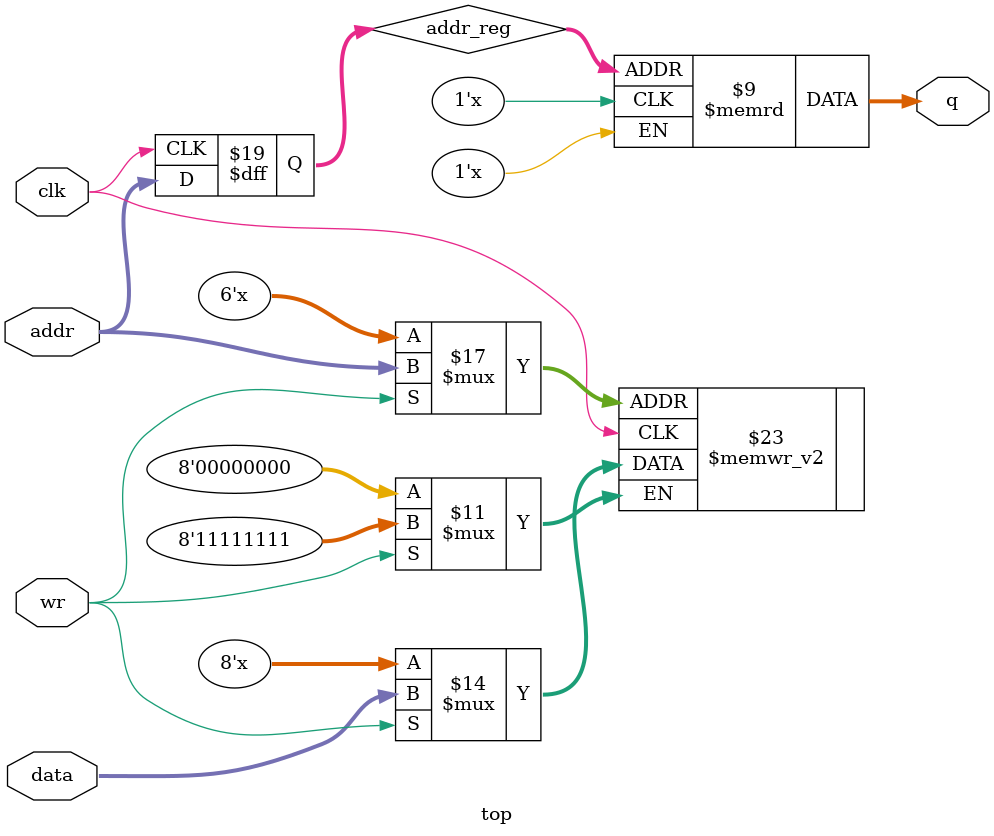
<source format=v>
module top(
	input [7:0] data,
	input [5:0] addr,
	input wr,
	input clk,
	output [7:0] q
);

reg [7:0] ram[63:0];	// declare ram
reg [5:0] addr_reg;		// addr register

always@( posedge clk )
begin
	if (wr)
		ram[addr] <= data;
		addr_reg <= addr;
end

	assign q = ram[addr_reg];	// read data
// end
endmodule

</source>
